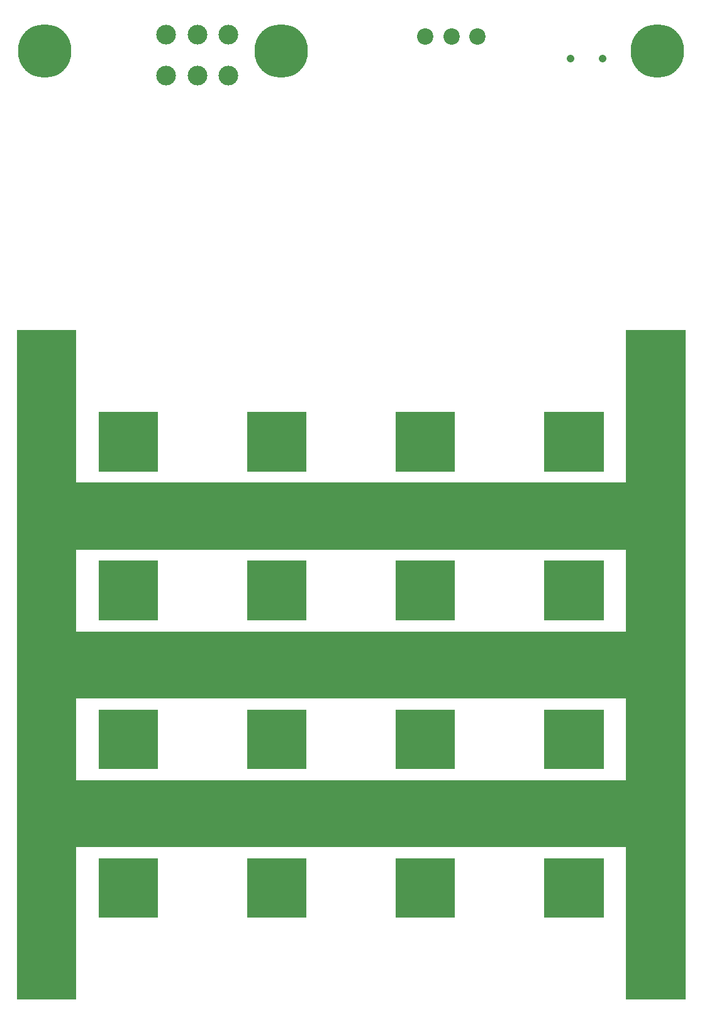
<source format=gbs>
%FSLAX44Y44*%
%MOMM*%
G71*
G01*
G75*
G04 Layer_Color=16711935*
G04:AMPARAMS|DCode=10|XSize=1mm|YSize=0.9mm|CornerRadius=0.198mm|HoleSize=0mm|Usage=FLASHONLY|Rotation=270.000|XOffset=0mm|YOffset=0mm|HoleType=Round|Shape=RoundedRectangle|*
%AMROUNDEDRECTD10*
21,1,1.0000,0.5040,0,0,270.0*
21,1,0.6040,0.9000,0,0,270.0*
1,1,0.3960,-0.2520,-0.3020*
1,1,0.3960,-0.2520,0.3020*
1,1,0.3960,0.2520,0.3020*
1,1,0.3960,0.2520,-0.3020*
%
%ADD10ROUNDEDRECTD10*%
%ADD11C,0.6000*%
%ADD12C,1.3000*%
%ADD13R,1.3000X1.3000*%
G04:AMPARAMS|DCode=14|XSize=1.45mm|YSize=1.15mm|CornerRadius=0.2013mm|HoleSize=0mm|Usage=FLASHONLY|Rotation=90.000|XOffset=0mm|YOffset=0mm|HoleType=Round|Shape=RoundedRectangle|*
%AMROUNDEDRECTD14*
21,1,1.4500,0.7475,0,0,90.0*
21,1,1.0475,1.1500,0,0,90.0*
1,1,0.4025,0.3738,0.5238*
1,1,0.4025,0.3738,-0.5238*
1,1,0.4025,-0.3738,-0.5238*
1,1,0.4025,-0.3738,0.5238*
%
%ADD14ROUNDEDRECTD14*%
G04:AMPARAMS|DCode=15|XSize=1mm|YSize=0.9mm|CornerRadius=0.198mm|HoleSize=0mm|Usage=FLASHONLY|Rotation=180.000|XOffset=0mm|YOffset=0mm|HoleType=Round|Shape=RoundedRectangle|*
%AMROUNDEDRECTD15*
21,1,1.0000,0.5040,0,0,180.0*
21,1,0.6040,0.9000,0,0,180.0*
1,1,0.3960,-0.3020,0.2520*
1,1,0.3960,0.3020,0.2520*
1,1,0.3960,0.3020,-0.2520*
1,1,0.3960,-0.3020,-0.2520*
%
%ADD15ROUNDEDRECTD15*%
%ADD16O,0.3000X1.5000*%
%ADD17O,1.5000X0.3000*%
%ADD18C,1.0000*%
G04:AMPARAMS|DCode=19|XSize=2.7mm|YSize=1.15mm|CornerRadius=0.2013mm|HoleSize=0mm|Usage=FLASHONLY|Rotation=90.000|XOffset=0mm|YOffset=0mm|HoleType=Round|Shape=RoundedRectangle|*
%AMROUNDEDRECTD19*
21,1,2.7000,0.7475,0,0,90.0*
21,1,2.2975,1.1500,0,0,90.0*
1,1,0.4025,0.3738,1.1487*
1,1,0.4025,0.3738,-1.1487*
1,1,0.4025,-0.3738,-1.1487*
1,1,0.4025,-0.3738,1.1487*
%
%ADD19ROUNDEDRECTD19*%
G04:AMPARAMS|DCode=20|XSize=4.9mm|YSize=1.6mm|CornerRadius=0.2mm|HoleSize=0mm|Usage=FLASHONLY|Rotation=270.000|XOffset=0mm|YOffset=0mm|HoleType=Round|Shape=RoundedRectangle|*
%AMROUNDEDRECTD20*
21,1,4.9000,1.2000,0,0,270.0*
21,1,4.5000,1.6000,0,0,270.0*
1,1,0.4000,-0.6000,-2.2500*
1,1,0.4000,-0.6000,2.2500*
1,1,0.4000,0.6000,2.2500*
1,1,0.4000,0.6000,-2.2500*
%
%ADD20ROUNDEDRECTD20*%
%ADD21O,1.5500X0.6000*%
%ADD22O,0.6000X1.5500*%
G04:AMPARAMS|DCode=23|XSize=6.45mm|YSize=6mm|CornerRadius=0.21mm|HoleSize=0mm|Usage=FLASHONLY|Rotation=0.000|XOffset=0mm|YOffset=0mm|HoleType=Round|Shape=RoundedRectangle|*
%AMROUNDEDRECTD23*
21,1,6.4500,5.5800,0,0,0.0*
21,1,6.0300,6.0000,0,0,0.0*
1,1,0.4200,3.0150,-2.7900*
1,1,0.4200,-3.0150,-2.7900*
1,1,0.4200,-3.0150,2.7900*
1,1,0.4200,3.0150,2.7900*
%
%ADD23ROUNDEDRECTD23*%
G04:AMPARAMS|DCode=24|XSize=2.85mm|YSize=1mm|CornerRadius=0.2mm|HoleSize=0mm|Usage=FLASHONLY|Rotation=0.000|XOffset=0mm|YOffset=0mm|HoleType=Round|Shape=RoundedRectangle|*
%AMROUNDEDRECTD24*
21,1,2.8500,0.6000,0,0,0.0*
21,1,2.4500,1.0000,0,0,0.0*
1,1,0.4000,1.2250,-0.3000*
1,1,0.4000,-1.2250,-0.3000*
1,1,0.4000,-1.2250,0.3000*
1,1,0.4000,1.2250,0.3000*
%
%ADD24ROUNDEDRECTD24*%
G04:AMPARAMS|DCode=25|XSize=11.3mm|YSize=10.75mm|CornerRadius=0.215mm|HoleSize=0mm|Usage=FLASHONLY|Rotation=0.000|XOffset=0mm|YOffset=0mm|HoleType=Round|Shape=RoundedRectangle|*
%AMROUNDEDRECTD25*
21,1,11.3000,10.3200,0,0,0.0*
21,1,10.8700,10.7500,0,0,0.0*
1,1,0.4300,5.4350,-5.1600*
1,1,0.4300,-5.4350,-5.1600*
1,1,0.4300,-5.4350,5.1600*
1,1,0.4300,5.4350,5.1600*
%
%ADD25ROUNDEDRECTD25*%
G04:AMPARAMS|DCode=26|XSize=3.95mm|YSize=1.2mm|CornerRadius=0.198mm|HoleSize=0mm|Usage=FLASHONLY|Rotation=0.000|XOffset=0mm|YOffset=0mm|HoleType=Round|Shape=RoundedRectangle|*
%AMROUNDEDRECTD26*
21,1,3.9500,0.8040,0,0,0.0*
21,1,3.5540,1.2000,0,0,0.0*
1,1,0.3960,1.7770,-0.4020*
1,1,0.3960,-1.7770,-0.4020*
1,1,0.3960,-1.7770,0.4020*
1,1,0.3960,1.7770,0.4020*
%
%ADD26ROUNDEDRECTD26*%
G04:AMPARAMS|DCode=27|XSize=1.1mm|YSize=0.6mm|CornerRadius=0.201mm|HoleSize=0mm|Usage=FLASHONLY|Rotation=0.000|XOffset=0mm|YOffset=0mm|HoleType=Round|Shape=RoundedRectangle|*
%AMROUNDEDRECTD27*
21,1,1.1000,0.1980,0,0,0.0*
21,1,0.6980,0.6000,0,0,0.0*
1,1,0.4020,0.3490,-0.0990*
1,1,0.4020,-0.3490,-0.0990*
1,1,0.4020,-0.3490,0.0990*
1,1,0.4020,0.3490,0.0990*
%
%ADD27ROUNDEDRECTD27*%
G04:AMPARAMS|DCode=28|XSize=1.35mm|YSize=1.65mm|CornerRadius=0.27mm|HoleSize=0mm|Usage=FLASHONLY|Rotation=90.000|XOffset=0mm|YOffset=0mm|HoleType=Round|Shape=RoundedRectangle|*
%AMROUNDEDRECTD28*
21,1,1.3500,1.1100,0,0,90.0*
21,1,0.8100,1.6500,0,0,90.0*
1,1,0.5400,0.5550,0.4050*
1,1,0.5400,0.5550,-0.4050*
1,1,0.5400,-0.5550,-0.4050*
1,1,0.5400,-0.5550,0.4050*
%
%ADD28ROUNDEDRECTD28*%
G04:AMPARAMS|DCode=29|XSize=0.7mm|YSize=0.25mm|CornerRadius=0.0838mm|HoleSize=0mm|Usage=FLASHONLY|Rotation=0.000|XOffset=0mm|YOffset=0mm|HoleType=Round|Shape=RoundedRectangle|*
%AMROUNDEDRECTD29*
21,1,0.7000,0.0825,0,0,0.0*
21,1,0.5325,0.2500,0,0,0.0*
1,1,0.1675,0.2662,-0.0413*
1,1,0.1675,-0.2662,-0.0413*
1,1,0.1675,-0.2662,0.0413*
1,1,0.1675,0.2662,0.0413*
%
%ADD29ROUNDEDRECTD29*%
G04:AMPARAMS|DCode=30|XSize=1.75mm|YSize=1.05mm|CornerRadius=0.1995mm|HoleSize=0mm|Usage=FLASHONLY|Rotation=270.000|XOffset=0mm|YOffset=0mm|HoleType=Round|Shape=RoundedRectangle|*
%AMROUNDEDRECTD30*
21,1,1.7500,0.6510,0,0,270.0*
21,1,1.3510,1.0500,0,0,270.0*
1,1,0.3990,-0.3255,-0.6755*
1,1,0.3990,-0.3255,0.6755*
1,1,0.3990,0.3255,0.6755*
1,1,0.3990,0.3255,-0.6755*
%
%ADD30ROUNDEDRECTD30*%
%ADD31O,1.3500X0.5000*%
G04:AMPARAMS|DCode=32|XSize=1.05mm|YSize=0.65mm|CornerRadius=0.2015mm|HoleSize=0mm|Usage=FLASHONLY|Rotation=0.000|XOffset=0mm|YOffset=0mm|HoleType=Round|Shape=RoundedRectangle|*
%AMROUNDEDRECTD32*
21,1,1.0500,0.2470,0,0,0.0*
21,1,0.6470,0.6500,0,0,0.0*
1,1,0.4030,0.3235,-0.1235*
1,1,0.4030,-0.3235,-0.1235*
1,1,0.4030,-0.3235,0.1235*
1,1,0.4030,0.3235,0.1235*
%
%ADD32ROUNDEDRECTD32*%
%ADD33O,0.5000X1.3500*%
G04:AMPARAMS|DCode=34|XSize=6.5mm|YSize=5mm|CornerRadius=0.25mm|HoleSize=0mm|Usage=FLASHONLY|Rotation=90.000|XOffset=0mm|YOffset=0mm|HoleType=Round|Shape=RoundedRectangle|*
%AMROUNDEDRECTD34*
21,1,6.5000,4.5000,0,0,90.0*
21,1,6.0000,5.0000,0,0,90.0*
1,1,0.5000,2.2500,3.0000*
1,1,0.5000,2.2500,-3.0000*
1,1,0.5000,-2.2500,-3.0000*
1,1,0.5000,-2.2500,3.0000*
%
%ADD34ROUNDEDRECTD34*%
G04:AMPARAMS|DCode=35|XSize=3.3mm|YSize=2.5mm|CornerRadius=0.2mm|HoleSize=0mm|Usage=FLASHONLY|Rotation=270.000|XOffset=0mm|YOffset=0mm|HoleType=Round|Shape=RoundedRectangle|*
%AMROUNDEDRECTD35*
21,1,3.3000,2.1000,0,0,270.0*
21,1,2.9000,2.5000,0,0,270.0*
1,1,0.4000,-1.0500,-1.4500*
1,1,0.4000,-1.0500,1.4500*
1,1,0.4000,1.0500,1.4500*
1,1,0.4000,1.0500,-1.4500*
%
%ADD35ROUNDEDRECTD35*%
G04:AMPARAMS|DCode=36|XSize=2.5mm|YSize=1.7mm|CornerRadius=0.204mm|HoleSize=0mm|Usage=FLASHONLY|Rotation=180.000|XOffset=0mm|YOffset=0mm|HoleType=Round|Shape=RoundedRectangle|*
%AMROUNDEDRECTD36*
21,1,2.5000,1.2920,0,0,180.0*
21,1,2.0920,1.7000,0,0,180.0*
1,1,0.4080,-1.0460,0.6460*
1,1,0.4080,1.0460,0.6460*
1,1,0.4080,1.0460,-0.6460*
1,1,0.4080,-1.0460,-0.6460*
%
%ADD36ROUNDEDRECTD36*%
G04:AMPARAMS|DCode=37|XSize=1.2mm|YSize=1.2mm|CornerRadius=0.198mm|HoleSize=0mm|Usage=FLASHONLY|Rotation=90.000|XOffset=0mm|YOffset=0mm|HoleType=Round|Shape=RoundedRectangle|*
%AMROUNDEDRECTD37*
21,1,1.2000,0.8040,0,0,90.0*
21,1,0.8040,1.2000,0,0,90.0*
1,1,0.3960,0.4020,0.4020*
1,1,0.3960,0.4020,-0.4020*
1,1,0.3960,-0.4020,-0.4020*
1,1,0.3960,-0.4020,0.4020*
%
%ADD37ROUNDEDRECTD37*%
G04:AMPARAMS|DCode=38|XSize=1.2mm|YSize=1.2mm|CornerRadius=0.198mm|HoleSize=0mm|Usage=FLASHONLY|Rotation=0.000|XOffset=0mm|YOffset=0mm|HoleType=Round|Shape=RoundedRectangle|*
%AMROUNDEDRECTD38*
21,1,1.2000,0.8040,0,0,0.0*
21,1,0.8040,1.2000,0,0,0.0*
1,1,0.3960,0.4020,-0.4020*
1,1,0.3960,-0.4020,-0.4020*
1,1,0.3960,-0.4020,0.4020*
1,1,0.3960,0.4020,0.4020*
%
%ADD38ROUNDEDRECTD38*%
G04:AMPARAMS|DCode=39|XSize=1mm|YSize=0.95mm|CornerRadius=0.1995mm|HoleSize=0mm|Usage=FLASHONLY|Rotation=270.000|XOffset=0mm|YOffset=0mm|HoleType=Round|Shape=RoundedRectangle|*
%AMROUNDEDRECTD39*
21,1,1.0000,0.5510,0,0,270.0*
21,1,0.6010,0.9500,0,0,270.0*
1,1,0.3990,-0.2755,-0.3005*
1,1,0.3990,-0.2755,0.3005*
1,1,0.3990,0.2755,0.3005*
1,1,0.3990,0.2755,-0.3005*
%
%ADD39ROUNDEDRECTD39*%
G04:AMPARAMS|DCode=40|XSize=1mm|YSize=0.95mm|CornerRadius=0.1995mm|HoleSize=0mm|Usage=FLASHONLY|Rotation=180.000|XOffset=0mm|YOffset=0mm|HoleType=Round|Shape=RoundedRectangle|*
%AMROUNDEDRECTD40*
21,1,1.0000,0.5510,0,0,180.0*
21,1,0.6010,0.9500,0,0,180.0*
1,1,0.3990,-0.3005,0.2755*
1,1,0.3990,0.3005,0.2755*
1,1,0.3990,0.3005,-0.2755*
1,1,0.3990,-0.3005,-0.2755*
%
%ADD40ROUNDEDRECTD40*%
G04:AMPARAMS|DCode=41|XSize=2.7mm|YSize=1.15mm|CornerRadius=0.2013mm|HoleSize=0mm|Usage=FLASHONLY|Rotation=180.000|XOffset=0mm|YOffset=0mm|HoleType=Round|Shape=RoundedRectangle|*
%AMROUNDEDRECTD41*
21,1,2.7000,0.7475,0,0,180.0*
21,1,2.2975,1.1500,0,0,180.0*
1,1,0.4025,-1.1487,0.3738*
1,1,0.4025,1.1487,0.3738*
1,1,0.4025,1.1487,-0.3738*
1,1,0.4025,-1.1487,-0.3738*
%
%ADD41ROUNDEDRECTD41*%
G04:AMPARAMS|DCode=42|XSize=1.45mm|YSize=1.15mm|CornerRadius=0.2013mm|HoleSize=0mm|Usage=FLASHONLY|Rotation=0.000|XOffset=0mm|YOffset=0mm|HoleType=Round|Shape=RoundedRectangle|*
%AMROUNDEDRECTD42*
21,1,1.4500,0.7475,0,0,0.0*
21,1,1.0475,1.1500,0,0,0.0*
1,1,0.4025,0.5238,-0.3738*
1,1,0.4025,-0.5238,-0.3738*
1,1,0.4025,-0.5238,0.3738*
1,1,0.4025,0.5238,0.3738*
%
%ADD42ROUNDEDRECTD42*%
G04:AMPARAMS|DCode=43|XSize=1.1mm|YSize=0.8mm|CornerRadius=0.268mm|HoleSize=0mm|Usage=FLASHONLY|Rotation=0.000|XOffset=0mm|YOffset=0mm|HoleType=Round|Shape=RoundedRectangle|*
%AMROUNDEDRECTD43*
21,1,1.1000,0.2640,0,0,0.0*
21,1,0.5640,0.8000,0,0,0.0*
1,1,0.5360,0.2820,-0.1320*
1,1,0.5360,-0.2820,-0.1320*
1,1,0.5360,-0.2820,0.1320*
1,1,0.5360,0.2820,0.1320*
%
%ADD43ROUNDEDRECTD43*%
G04:AMPARAMS|DCode=44|XSize=2.3mm|YSize=0.5mm|CornerRadius=0.2mm|HoleSize=0mm|Usage=FLASHONLY|Rotation=270.000|XOffset=0mm|YOffset=0mm|HoleType=Round|Shape=RoundedRectangle|*
%AMROUNDEDRECTD44*
21,1,2.3000,0.1000,0,0,270.0*
21,1,1.9000,0.5000,0,0,270.0*
1,1,0.4000,-0.0500,-0.9500*
1,1,0.4000,-0.0500,0.9500*
1,1,0.4000,0.0500,0.9500*
1,1,0.4000,0.0500,-0.9500*
%
%ADD44ROUNDEDRECTD44*%
G04:AMPARAMS|DCode=45|XSize=2.5mm|YSize=2mm|CornerRadius=0.2mm|HoleSize=0mm|Usage=FLASHONLY|Rotation=270.000|XOffset=0mm|YOffset=0mm|HoleType=Round|Shape=RoundedRectangle|*
%AMROUNDEDRECTD45*
21,1,2.5000,1.6000,0,0,270.0*
21,1,2.1000,2.0000,0,0,270.0*
1,1,0.4000,-0.8000,-1.0500*
1,1,0.4000,-0.8000,1.0500*
1,1,0.4000,0.8000,1.0500*
1,1,0.4000,0.8000,-1.0500*
%
%ADD45ROUNDEDRECTD45*%
%ADD46O,0.2500X0.8500*%
%ADD47O,0.8500X0.2500*%
%ADD48C,0.4000*%
%ADD49C,0.6000*%
%ADD50C,0.2500*%
%ADD51C,0.5000*%
%ADD52C,0.2000*%
%ADD53C,0.3500*%
%ADD54C,0.4500*%
%ADD55C,0.3000*%
%ADD56C,0.2540*%
%ADD57C,2.0000*%
%ADD58C,0.4000*%
%ADD59C,7.0000*%
%ADD60C,2.0000*%
%ADD61C,2.5000*%
%ADD62C,0.5000*%
%ADD63C,4.5000*%
%ADD64C,0.1500*%
%ADD65C,0.1000*%
%ADD66C,0.1524*%
%ADD67C,0.0000*%
G04:AMPARAMS|DCode=68|XSize=1.15mm|YSize=1.05mm|CornerRadius=0.273mm|HoleSize=0mm|Usage=FLASHONLY|Rotation=270.000|XOffset=0mm|YOffset=0mm|HoleType=Round|Shape=RoundedRectangle|*
%AMROUNDEDRECTD68*
21,1,1.1500,0.5040,0,0,270.0*
21,1,0.6040,1.0500,0,0,270.0*
1,1,0.5460,-0.2520,-0.3020*
1,1,0.5460,-0.2520,0.3020*
1,1,0.5460,0.2520,0.3020*
1,1,0.5460,0.2520,-0.3020*
%
%ADD68ROUNDEDRECTD68*%
%ADD69C,0.8000*%
%ADD70C,1.5000*%
%ADD71R,1.5000X1.5000*%
G04:AMPARAMS|DCode=72|XSize=1.6mm|YSize=1.3mm|CornerRadius=0.2763mm|HoleSize=0mm|Usage=FLASHONLY|Rotation=90.000|XOffset=0mm|YOffset=0mm|HoleType=Round|Shape=RoundedRectangle|*
%AMROUNDEDRECTD72*
21,1,1.6000,0.7475,0,0,90.0*
21,1,1.0475,1.3000,0,0,90.0*
1,1,0.5525,0.3738,0.5238*
1,1,0.5525,0.3738,-0.5238*
1,1,0.5525,-0.3738,-0.5238*
1,1,0.5525,-0.3738,0.5238*
%
%ADD72ROUNDEDRECTD72*%
G04:AMPARAMS|DCode=73|XSize=1.15mm|YSize=1.05mm|CornerRadius=0.273mm|HoleSize=0mm|Usage=FLASHONLY|Rotation=180.000|XOffset=0mm|YOffset=0mm|HoleType=Round|Shape=RoundedRectangle|*
%AMROUNDEDRECTD73*
21,1,1.1500,0.5040,0,0,180.0*
21,1,0.6040,1.0500,0,0,180.0*
1,1,0.5460,-0.3020,0.2520*
1,1,0.5460,0.3020,0.2520*
1,1,0.5460,0.3020,-0.2520*
1,1,0.5460,-0.3020,-0.2520*
%
%ADD73ROUNDEDRECTD73*%
%ADD74O,0.4000X1.6000*%
%ADD75O,1.6000X0.4000*%
%ADD76C,2.0000*%
G04:AMPARAMS|DCode=77|XSize=2.85mm|YSize=1.3mm|CornerRadius=0.2763mm|HoleSize=0mm|Usage=FLASHONLY|Rotation=90.000|XOffset=0mm|YOffset=0mm|HoleType=Round|Shape=RoundedRectangle|*
%AMROUNDEDRECTD77*
21,1,2.8500,0.7475,0,0,90.0*
21,1,2.2975,1.3000,0,0,90.0*
1,1,0.5525,0.3738,1.1487*
1,1,0.5525,0.3738,-1.1487*
1,1,0.5525,-0.3738,-1.1487*
1,1,0.5525,-0.3738,1.1487*
%
%ADD77ROUNDEDRECTD77*%
G04:AMPARAMS|DCode=78|XSize=5.05mm|YSize=1.75mm|CornerRadius=0.275mm|HoleSize=0mm|Usage=FLASHONLY|Rotation=270.000|XOffset=0mm|YOffset=0mm|HoleType=Round|Shape=RoundedRectangle|*
%AMROUNDEDRECTD78*
21,1,5.0500,1.2000,0,0,270.0*
21,1,4.5000,1.7500,0,0,270.0*
1,1,0.5500,-0.6000,-2.2500*
1,1,0.5500,-0.6000,2.2500*
1,1,0.5500,0.6000,2.2500*
1,1,0.5500,0.6000,-2.2500*
%
%ADD78ROUNDEDRECTD78*%
%ADD79O,1.7000X0.7500*%
%ADD80O,0.7500X1.7000*%
G04:AMPARAMS|DCode=81|XSize=6.6mm|YSize=6.15mm|CornerRadius=0.285mm|HoleSize=0mm|Usage=FLASHONLY|Rotation=0.000|XOffset=0mm|YOffset=0mm|HoleType=Round|Shape=RoundedRectangle|*
%AMROUNDEDRECTD81*
21,1,6.6000,5.5800,0,0,0.0*
21,1,6.0300,6.1500,0,0,0.0*
1,1,0.5700,3.0150,-2.7900*
1,1,0.5700,-3.0150,-2.7900*
1,1,0.5700,-3.0150,2.7900*
1,1,0.5700,3.0150,2.7900*
%
%ADD81ROUNDEDRECTD81*%
G04:AMPARAMS|DCode=82|XSize=3mm|YSize=1.15mm|CornerRadius=0.275mm|HoleSize=0mm|Usage=FLASHONLY|Rotation=0.000|XOffset=0mm|YOffset=0mm|HoleType=Round|Shape=RoundedRectangle|*
%AMROUNDEDRECTD82*
21,1,3.0000,0.6000,0,0,0.0*
21,1,2.4500,1.1500,0,0,0.0*
1,1,0.5500,1.2250,-0.3000*
1,1,0.5500,-1.2250,-0.3000*
1,1,0.5500,-1.2250,0.3000*
1,1,0.5500,1.2250,0.3000*
%
%ADD82ROUNDEDRECTD82*%
G04:AMPARAMS|DCode=83|XSize=11.45mm|YSize=10.9mm|CornerRadius=0.29mm|HoleSize=0mm|Usage=FLASHONLY|Rotation=0.000|XOffset=0mm|YOffset=0mm|HoleType=Round|Shape=RoundedRectangle|*
%AMROUNDEDRECTD83*
21,1,11.4500,10.3200,0,0,0.0*
21,1,10.8700,10.9000,0,0,0.0*
1,1,0.5800,5.4350,-5.1600*
1,1,0.5800,-5.4350,-5.1600*
1,1,0.5800,-5.4350,5.1600*
1,1,0.5800,5.4350,5.1600*
%
%ADD83ROUNDEDRECTD83*%
G04:AMPARAMS|DCode=84|XSize=4.1mm|YSize=1.35mm|CornerRadius=0.273mm|HoleSize=0mm|Usage=FLASHONLY|Rotation=0.000|XOffset=0mm|YOffset=0mm|HoleType=Round|Shape=RoundedRectangle|*
%AMROUNDEDRECTD84*
21,1,4.1000,0.8040,0,0,0.0*
21,1,3.5540,1.3500,0,0,0.0*
1,1,0.5460,1.7770,-0.4020*
1,1,0.5460,-1.7770,-0.4020*
1,1,0.5460,-1.7770,0.4020*
1,1,0.5460,1.7770,0.4020*
%
%ADD84ROUNDEDRECTD84*%
G04:AMPARAMS|DCode=85|XSize=1.25mm|YSize=0.75mm|CornerRadius=0.276mm|HoleSize=0mm|Usage=FLASHONLY|Rotation=0.000|XOffset=0mm|YOffset=0mm|HoleType=Round|Shape=RoundedRectangle|*
%AMROUNDEDRECTD85*
21,1,1.2500,0.1980,0,0,0.0*
21,1,0.6980,0.7500,0,0,0.0*
1,1,0.5520,0.3490,-0.0990*
1,1,0.5520,-0.3490,-0.0990*
1,1,0.5520,-0.3490,0.0990*
1,1,0.5520,0.3490,0.0990*
%
%ADD85ROUNDEDRECTD85*%
G04:AMPARAMS|DCode=86|XSize=1.5mm|YSize=1.8mm|CornerRadius=0.345mm|HoleSize=0mm|Usage=FLASHONLY|Rotation=90.000|XOffset=0mm|YOffset=0mm|HoleType=Round|Shape=RoundedRectangle|*
%AMROUNDEDRECTD86*
21,1,1.5000,1.1100,0,0,90.0*
21,1,0.8100,1.8000,0,0,90.0*
1,1,0.6900,0.5550,0.4050*
1,1,0.6900,0.5550,-0.4050*
1,1,0.6900,-0.5550,-0.4050*
1,1,0.6900,-0.5550,0.4050*
%
%ADD86ROUNDEDRECTD86*%
G04:AMPARAMS|DCode=87|XSize=0.8mm|YSize=0.35mm|CornerRadius=0.1338mm|HoleSize=0mm|Usage=FLASHONLY|Rotation=0.000|XOffset=0mm|YOffset=0mm|HoleType=Round|Shape=RoundedRectangle|*
%AMROUNDEDRECTD87*
21,1,0.8000,0.0825,0,0,0.0*
21,1,0.5325,0.3500,0,0,0.0*
1,1,0.2675,0.2662,-0.0413*
1,1,0.2675,-0.2662,-0.0413*
1,1,0.2675,-0.2662,0.0413*
1,1,0.2675,0.2662,0.0413*
%
%ADD87ROUNDEDRECTD87*%
G04:AMPARAMS|DCode=88|XSize=1.9mm|YSize=1.2mm|CornerRadius=0.2745mm|HoleSize=0mm|Usage=FLASHONLY|Rotation=270.000|XOffset=0mm|YOffset=0mm|HoleType=Round|Shape=RoundedRectangle|*
%AMROUNDEDRECTD88*
21,1,1.9000,0.6510,0,0,270.0*
21,1,1.3510,1.2000,0,0,270.0*
1,1,0.5490,-0.3255,-0.6755*
1,1,0.5490,-0.3255,0.6755*
1,1,0.5490,0.3255,0.6755*
1,1,0.5490,0.3255,-0.6755*
%
%ADD88ROUNDEDRECTD88*%
%ADD89O,1.5000X0.6500*%
G04:AMPARAMS|DCode=90|XSize=1.2mm|YSize=0.8mm|CornerRadius=0.2765mm|HoleSize=0mm|Usage=FLASHONLY|Rotation=0.000|XOffset=0mm|YOffset=0mm|HoleType=Round|Shape=RoundedRectangle|*
%AMROUNDEDRECTD90*
21,1,1.2000,0.2470,0,0,0.0*
21,1,0.6470,0.8000,0,0,0.0*
1,1,0.5530,0.3235,-0.1235*
1,1,0.5530,-0.3235,-0.1235*
1,1,0.5530,-0.3235,0.1235*
1,1,0.5530,0.3235,0.1235*
%
%ADD90ROUNDEDRECTD90*%
%ADD91O,0.6500X1.5000*%
G04:AMPARAMS|DCode=92|XSize=6.65mm|YSize=5.15mm|CornerRadius=0.325mm|HoleSize=0mm|Usage=FLASHONLY|Rotation=90.000|XOffset=0mm|YOffset=0mm|HoleType=Round|Shape=RoundedRectangle|*
%AMROUNDEDRECTD92*
21,1,6.6500,4.5000,0,0,90.0*
21,1,6.0000,5.1500,0,0,90.0*
1,1,0.6500,2.2500,3.0000*
1,1,0.6500,2.2500,-3.0000*
1,1,0.6500,-2.2500,-3.0000*
1,1,0.6500,-2.2500,3.0000*
%
%ADD92ROUNDEDRECTD92*%
G04:AMPARAMS|DCode=93|XSize=3.45mm|YSize=2.65mm|CornerRadius=0.275mm|HoleSize=0mm|Usage=FLASHONLY|Rotation=270.000|XOffset=0mm|YOffset=0mm|HoleType=Round|Shape=RoundedRectangle|*
%AMROUNDEDRECTD93*
21,1,3.4500,2.1000,0,0,270.0*
21,1,2.9000,2.6500,0,0,270.0*
1,1,0.5500,-1.0500,-1.4500*
1,1,0.5500,-1.0500,1.4500*
1,1,0.5500,1.0500,1.4500*
1,1,0.5500,1.0500,-1.4500*
%
%ADD93ROUNDEDRECTD93*%
G04:AMPARAMS|DCode=94|XSize=2.65mm|YSize=1.85mm|CornerRadius=0.279mm|HoleSize=0mm|Usage=FLASHONLY|Rotation=180.000|XOffset=0mm|YOffset=0mm|HoleType=Round|Shape=RoundedRectangle|*
%AMROUNDEDRECTD94*
21,1,2.6500,1.2920,0,0,180.0*
21,1,2.0920,1.8500,0,0,180.0*
1,1,0.5580,-1.0460,0.6460*
1,1,0.5580,1.0460,0.6460*
1,1,0.5580,1.0460,-0.6460*
1,1,0.5580,-1.0460,-0.6460*
%
%ADD94ROUNDEDRECTD94*%
G04:AMPARAMS|DCode=95|XSize=1.35mm|YSize=1.35mm|CornerRadius=0.273mm|HoleSize=0mm|Usage=FLASHONLY|Rotation=90.000|XOffset=0mm|YOffset=0mm|HoleType=Round|Shape=RoundedRectangle|*
%AMROUNDEDRECTD95*
21,1,1.3500,0.8040,0,0,90.0*
21,1,0.8040,1.3500,0,0,90.0*
1,1,0.5460,0.4020,0.4020*
1,1,0.5460,0.4020,-0.4020*
1,1,0.5460,-0.4020,-0.4020*
1,1,0.5460,-0.4020,0.4020*
%
%ADD95ROUNDEDRECTD95*%
G04:AMPARAMS|DCode=96|XSize=1.35mm|YSize=1.35mm|CornerRadius=0.273mm|HoleSize=0mm|Usage=FLASHONLY|Rotation=0.000|XOffset=0mm|YOffset=0mm|HoleType=Round|Shape=RoundedRectangle|*
%AMROUNDEDRECTD96*
21,1,1.3500,0.8040,0,0,0.0*
21,1,0.8040,1.3500,0,0,0.0*
1,1,0.5460,0.4020,-0.4020*
1,1,0.5460,-0.4020,-0.4020*
1,1,0.5460,-0.4020,0.4020*
1,1,0.5460,0.4020,0.4020*
%
%ADD96ROUNDEDRECTD96*%
G04:AMPARAMS|DCode=97|XSize=1.15mm|YSize=1.1mm|CornerRadius=0.2745mm|HoleSize=0mm|Usage=FLASHONLY|Rotation=270.000|XOffset=0mm|YOffset=0mm|HoleType=Round|Shape=RoundedRectangle|*
%AMROUNDEDRECTD97*
21,1,1.1500,0.5510,0,0,270.0*
21,1,0.6010,1.1000,0,0,270.0*
1,1,0.5490,-0.2755,-0.3005*
1,1,0.5490,-0.2755,0.3005*
1,1,0.5490,0.2755,0.3005*
1,1,0.5490,0.2755,-0.3005*
%
%ADD97ROUNDEDRECTD97*%
G04:AMPARAMS|DCode=98|XSize=1.15mm|YSize=1.1mm|CornerRadius=0.2745mm|HoleSize=0mm|Usage=FLASHONLY|Rotation=180.000|XOffset=0mm|YOffset=0mm|HoleType=Round|Shape=RoundedRectangle|*
%AMROUNDEDRECTD98*
21,1,1.1500,0.5510,0,0,180.0*
21,1,0.6010,1.1000,0,0,180.0*
1,1,0.5490,-0.3005,0.2755*
1,1,0.5490,0.3005,0.2755*
1,1,0.5490,0.3005,-0.2755*
1,1,0.5490,-0.3005,-0.2755*
%
%ADD98ROUNDEDRECTD98*%
G04:AMPARAMS|DCode=99|XSize=2.85mm|YSize=1.3mm|CornerRadius=0.2763mm|HoleSize=0mm|Usage=FLASHONLY|Rotation=180.000|XOffset=0mm|YOffset=0mm|HoleType=Round|Shape=RoundedRectangle|*
%AMROUNDEDRECTD99*
21,1,2.8500,0.7475,0,0,180.0*
21,1,2.2975,1.3000,0,0,180.0*
1,1,0.5525,-1.1487,0.3738*
1,1,0.5525,1.1487,0.3738*
1,1,0.5525,1.1487,-0.3738*
1,1,0.5525,-1.1487,-0.3738*
%
%ADD99ROUNDEDRECTD99*%
G04:AMPARAMS|DCode=100|XSize=1.6mm|YSize=1.3mm|CornerRadius=0.2763mm|HoleSize=0mm|Usage=FLASHONLY|Rotation=0.000|XOffset=0mm|YOffset=0mm|HoleType=Round|Shape=RoundedRectangle|*
%AMROUNDEDRECTD100*
21,1,1.6000,0.7475,0,0,0.0*
21,1,1.0475,1.3000,0,0,0.0*
1,1,0.5525,0.5238,-0.3738*
1,1,0.5525,-0.5238,-0.3738*
1,1,0.5525,-0.5238,0.3738*
1,1,0.5525,0.5238,0.3738*
%
%ADD100ROUNDEDRECTD100*%
G04:AMPARAMS|DCode=101|XSize=1.25mm|YSize=0.95mm|CornerRadius=0.343mm|HoleSize=0mm|Usage=FLASHONLY|Rotation=0.000|XOffset=0mm|YOffset=0mm|HoleType=Round|Shape=RoundedRectangle|*
%AMROUNDEDRECTD101*
21,1,1.2500,0.2640,0,0,0.0*
21,1,0.5640,0.9500,0,0,0.0*
1,1,0.6860,0.2820,-0.1320*
1,1,0.6860,-0.2820,-0.1320*
1,1,0.6860,-0.2820,0.1320*
1,1,0.6860,0.2820,0.1320*
%
%ADD101ROUNDEDRECTD101*%
G04:AMPARAMS|DCode=102|XSize=2.45mm|YSize=0.65mm|CornerRadius=0.275mm|HoleSize=0mm|Usage=FLASHONLY|Rotation=270.000|XOffset=0mm|YOffset=0mm|HoleType=Round|Shape=RoundedRectangle|*
%AMROUNDEDRECTD102*
21,1,2.4500,0.1000,0,0,270.0*
21,1,1.9000,0.6500,0,0,270.0*
1,1,0.5500,-0.0500,-0.9500*
1,1,0.5500,-0.0500,0.9500*
1,1,0.5500,0.0500,0.9500*
1,1,0.5500,0.0500,-0.9500*
%
%ADD102ROUNDEDRECTD102*%
G04:AMPARAMS|DCode=103|XSize=2.65mm|YSize=2.15mm|CornerRadius=0.275mm|HoleSize=0mm|Usage=FLASHONLY|Rotation=270.000|XOffset=0mm|YOffset=0mm|HoleType=Round|Shape=RoundedRectangle|*
%AMROUNDEDRECTD103*
21,1,2.6500,1.6000,0,0,270.0*
21,1,2.1000,2.1500,0,0,270.0*
1,1,0.5500,-0.8000,-1.0500*
1,1,0.5500,-0.8000,1.0500*
1,1,0.5500,0.8000,1.0500*
1,1,0.5500,0.8000,-1.0500*
%
%ADD103ROUNDEDRECTD103*%
%ADD104O,0.4500X1.0500*%
%ADD105O,1.0500X0.4500*%
%ADD106C,7.2000*%
%ADD107C,2.2000*%
%ADD108C,2.6500*%
%ADD109C,1.0500*%
G36*
X-510000Y110000D02*
X-590000D01*
Y190000D01*
X-510000D01*
Y110000D01*
D02*
G37*
G36*
X-710000D02*
X-790000D01*
Y190000D01*
X-710000D01*
Y110000D01*
D02*
G37*
G36*
X-110000D02*
X-190000D01*
Y190000D01*
X-110000D01*
Y110000D01*
D02*
G37*
G36*
X-310000D02*
X-390000D01*
Y190000D01*
X-310000D01*
Y110000D01*
D02*
G37*
G36*
X-820000Y695000D02*
X-80000D01*
Y900000D01*
X0D01*
Y-0D01*
X-80000D01*
Y205000D01*
X-820000D01*
Y0D01*
X-900000D01*
Y205000D01*
X-900000D01*
Y295000D01*
X-900000D01*
Y405000D01*
X-900000D01*
Y495000D01*
X-900000D01*
Y605000D01*
X-900000D01*
Y695000D01*
X-900000D01*
Y900000D01*
X-820000D01*
Y695000D01*
D02*
G37*
G36*
X-310000Y710000D02*
X-390000D01*
Y790000D01*
X-310000D01*
Y710000D01*
D02*
G37*
G36*
X-110000D02*
X-190000D01*
Y790000D01*
X-110000D01*
Y710000D01*
D02*
G37*
G36*
X-710000D02*
X-790000D01*
Y790000D01*
X-710000D01*
Y710000D01*
D02*
G37*
G36*
X-510000D02*
X-590000D01*
Y790000D01*
X-510000D01*
Y710000D01*
D02*
G37*
%LPC*%
G36*
X-80000Y405000D02*
X-820000D01*
Y295000D01*
X-80000D01*
Y405000D01*
D02*
G37*
G36*
Y605000D02*
X-820000D01*
Y495000D01*
X-80000D01*
Y605000D01*
D02*
G37*
%LPD*%
G36*
X-710000Y310000D02*
X-790000D01*
Y390000D01*
X-710000D01*
Y310000D01*
D02*
G37*
G36*
X-510000Y510000D02*
X-590000D01*
Y590000D01*
X-510000D01*
Y510000D01*
D02*
G37*
G36*
X-310000D02*
X-390000D01*
Y590000D01*
X-310000D01*
Y510000D01*
D02*
G37*
G36*
X-110000D02*
X-190000D01*
Y590000D01*
X-110000D01*
Y510000D01*
D02*
G37*
G36*
X-710000D02*
X-790000D01*
Y590000D01*
X-710000D01*
Y510000D01*
D02*
G37*
G36*
X-510000Y310000D02*
X-590000D01*
Y390000D01*
X-510000D01*
Y310000D01*
D02*
G37*
G36*
X-310000D02*
X-390000D01*
Y390000D01*
X-310000D01*
Y310000D01*
D02*
G37*
G36*
X-110000D02*
X-190000D01*
Y390000D01*
X-110000D01*
Y310000D01*
D02*
G37*
D69*
X-168853Y768801D02*
D03*
X-168706Y761199D02*
D03*
Y753706D02*
D03*
X-168655Y746250D02*
D03*
X-168706Y738706D02*
D03*
X-168655Y731199D02*
D03*
X-161345Y768801D02*
D03*
X-161199Y761199D02*
D03*
Y753706D02*
D03*
X-161147Y746250D02*
D03*
X-161199Y738706D02*
D03*
X-161147Y731199D02*
D03*
X-153853Y768801D02*
D03*
X-153706Y761199D02*
D03*
Y753706D02*
D03*
X-153655Y746250D02*
D03*
X-153706Y738706D02*
D03*
X-153655Y731199D02*
D03*
X-146147Y768801D02*
D03*
X-146000Y761199D02*
D03*
Y753706D02*
D03*
X-145949Y746250D02*
D03*
X-146000Y738706D02*
D03*
X-145949Y731199D02*
D03*
X-138853Y768801D02*
D03*
X-138706Y761199D02*
D03*
Y753706D02*
D03*
X-138655Y746250D02*
D03*
X-138706Y738706D02*
D03*
X-138655Y731199D02*
D03*
X-131147Y731147D02*
D03*
X-131199Y738655D02*
D03*
X-131147Y746199D02*
D03*
X-131199Y753655D02*
D03*
Y761147D02*
D03*
X-131345Y768750D02*
D03*
X-168853Y568801D02*
D03*
X-168706Y561198D02*
D03*
Y553706D02*
D03*
X-168655Y546250D02*
D03*
X-168706Y538706D02*
D03*
X-168655Y531199D02*
D03*
X-161345Y568801D02*
D03*
X-161199Y561198D02*
D03*
Y553706D02*
D03*
X-161147Y546250D02*
D03*
X-161199Y538706D02*
D03*
X-161147Y531199D02*
D03*
X-153853Y568801D02*
D03*
X-153706Y561198D02*
D03*
Y553706D02*
D03*
X-153655Y546250D02*
D03*
X-153706Y538706D02*
D03*
X-153655Y531199D02*
D03*
X-146147Y568801D02*
D03*
X-146000Y561198D02*
D03*
Y553706D02*
D03*
X-145949Y546250D02*
D03*
X-146000Y538706D02*
D03*
X-145949Y531199D02*
D03*
X-138853Y568801D02*
D03*
X-138706Y561198D02*
D03*
Y553706D02*
D03*
X-138655Y546250D02*
D03*
X-138706Y538706D02*
D03*
X-138655Y531199D02*
D03*
X-131147Y531147D02*
D03*
X-131199Y538655D02*
D03*
X-131147Y546199D02*
D03*
X-131199Y553655D02*
D03*
Y561147D02*
D03*
X-131345Y568750D02*
D03*
X-168853Y368801D02*
D03*
X-168706Y361198D02*
D03*
Y353706D02*
D03*
X-168655Y346250D02*
D03*
X-168706Y338706D02*
D03*
X-168655Y331198D02*
D03*
X-161345Y368801D02*
D03*
X-161199Y361198D02*
D03*
Y353706D02*
D03*
X-161147Y346250D02*
D03*
X-161199Y338706D02*
D03*
X-161147Y331198D02*
D03*
X-153853Y368801D02*
D03*
X-153706Y361198D02*
D03*
Y353706D02*
D03*
X-153655Y346250D02*
D03*
X-153706Y338706D02*
D03*
X-153655Y331198D02*
D03*
X-146147Y368801D02*
D03*
X-146000Y361198D02*
D03*
Y353706D02*
D03*
X-145949Y346250D02*
D03*
X-146000Y338706D02*
D03*
X-145949Y331198D02*
D03*
X-138853Y368801D02*
D03*
X-138706Y361198D02*
D03*
Y353706D02*
D03*
X-138655Y346250D02*
D03*
X-138706Y338706D02*
D03*
X-138655Y331198D02*
D03*
X-131147Y331147D02*
D03*
X-131199Y338655D02*
D03*
X-131147Y346198D02*
D03*
X-131199Y353655D02*
D03*
Y361147D02*
D03*
X-131345Y368750D02*
D03*
X-168853Y168801D02*
D03*
X-168706Y161198D02*
D03*
Y153706D02*
D03*
X-168655Y146250D02*
D03*
X-168706Y138706D02*
D03*
X-168655Y131198D02*
D03*
X-161345Y168801D02*
D03*
X-161199Y161198D02*
D03*
Y153706D02*
D03*
X-161147Y146250D02*
D03*
X-161199Y138706D02*
D03*
X-161147Y131198D02*
D03*
X-153853Y168801D02*
D03*
X-153706Y161198D02*
D03*
Y153706D02*
D03*
X-153655Y146250D02*
D03*
X-153706Y138706D02*
D03*
X-153655Y131198D02*
D03*
X-146147Y168801D02*
D03*
X-146000Y161198D02*
D03*
Y153706D02*
D03*
X-145949Y146250D02*
D03*
X-146000Y138706D02*
D03*
X-145949Y131198D02*
D03*
X-138853Y168801D02*
D03*
X-138706Y161198D02*
D03*
Y153706D02*
D03*
X-138655Y146250D02*
D03*
X-138706Y138706D02*
D03*
X-138655Y131198D02*
D03*
X-131147Y131147D02*
D03*
X-131199Y138655D02*
D03*
X-131147Y146198D02*
D03*
X-131199Y153655D02*
D03*
Y161147D02*
D03*
X-131345Y168750D02*
D03*
X-331147Y131199D02*
D03*
X-331294Y138801D02*
D03*
Y146294D02*
D03*
X-331345Y153750D02*
D03*
X-331294Y161294D02*
D03*
X-331345Y168801D02*
D03*
X-338655Y131199D02*
D03*
X-338801Y138801D02*
D03*
Y146294D02*
D03*
X-338853Y153750D02*
D03*
X-338801Y161294D02*
D03*
X-338853Y168801D02*
D03*
X-346147Y131199D02*
D03*
X-346294Y138801D02*
D03*
Y146294D02*
D03*
X-346345Y153750D02*
D03*
X-346294Y161294D02*
D03*
X-346345Y168801D02*
D03*
X-353853Y131199D02*
D03*
X-354000Y138801D02*
D03*
Y146294D02*
D03*
X-354051Y153750D02*
D03*
X-354000Y161294D02*
D03*
X-354051Y168801D02*
D03*
X-361147Y131199D02*
D03*
X-361294Y138801D02*
D03*
Y146294D02*
D03*
X-361345Y153750D02*
D03*
X-361294Y161294D02*
D03*
X-361345Y168801D02*
D03*
X-368853Y168853D02*
D03*
X-368801Y161345D02*
D03*
X-368853Y153801D02*
D03*
X-368801Y146345D02*
D03*
Y138853D02*
D03*
X-368655Y131250D02*
D03*
X-331147Y331199D02*
D03*
X-331294Y338801D02*
D03*
Y346294D02*
D03*
X-331345Y353750D02*
D03*
X-331294Y361294D02*
D03*
X-331345Y368801D02*
D03*
X-338655Y331199D02*
D03*
X-338801Y338801D02*
D03*
Y346294D02*
D03*
X-338853Y353750D02*
D03*
X-338801Y361294D02*
D03*
X-338853Y368801D02*
D03*
X-346147Y331199D02*
D03*
X-346294Y338801D02*
D03*
Y346294D02*
D03*
X-346345Y353750D02*
D03*
X-346294Y361294D02*
D03*
X-346345Y368801D02*
D03*
X-353853Y331199D02*
D03*
X-354000Y338801D02*
D03*
Y346294D02*
D03*
X-354051Y353750D02*
D03*
X-354000Y361294D02*
D03*
X-354051Y368801D02*
D03*
X-361147Y331199D02*
D03*
X-361294Y338801D02*
D03*
Y346294D02*
D03*
X-361345Y353750D02*
D03*
X-361294Y361294D02*
D03*
X-361345Y368801D02*
D03*
X-368853Y368853D02*
D03*
X-368801Y361345D02*
D03*
X-368853Y353801D02*
D03*
X-368801Y346345D02*
D03*
Y338853D02*
D03*
X-368655Y331250D02*
D03*
X-331147Y531199D02*
D03*
X-331294Y538801D02*
D03*
Y546294D02*
D03*
X-331345Y553750D02*
D03*
X-331294Y561294D02*
D03*
X-331345Y568801D02*
D03*
X-338655Y531199D02*
D03*
X-338801Y538801D02*
D03*
Y546294D02*
D03*
X-338853Y553750D02*
D03*
X-338801Y561294D02*
D03*
X-338853Y568801D02*
D03*
X-346147Y531199D02*
D03*
X-346294Y538801D02*
D03*
Y546294D02*
D03*
X-346345Y553750D02*
D03*
X-346294Y561294D02*
D03*
X-346345Y568801D02*
D03*
X-353853Y531199D02*
D03*
X-354000Y538801D02*
D03*
Y546294D02*
D03*
X-354051Y553750D02*
D03*
X-354000Y561294D02*
D03*
X-354051Y568801D02*
D03*
X-361147Y531199D02*
D03*
X-361294Y538801D02*
D03*
Y546294D02*
D03*
X-361345Y553750D02*
D03*
X-361294Y561294D02*
D03*
X-361345Y568801D02*
D03*
X-368853Y568853D02*
D03*
X-368801Y561345D02*
D03*
X-368853Y553801D02*
D03*
X-368801Y546345D02*
D03*
Y538853D02*
D03*
X-368655Y531250D02*
D03*
X-331147Y731199D02*
D03*
X-331294Y738801D02*
D03*
Y746294D02*
D03*
X-331345Y753750D02*
D03*
X-331294Y761294D02*
D03*
X-331345Y768801D02*
D03*
X-338655Y731199D02*
D03*
X-338801Y738801D02*
D03*
Y746294D02*
D03*
X-338853Y753750D02*
D03*
X-338801Y761294D02*
D03*
X-338853Y768801D02*
D03*
X-346147Y731199D02*
D03*
X-346294Y738801D02*
D03*
Y746294D02*
D03*
X-346345Y753750D02*
D03*
X-346294Y761294D02*
D03*
X-346345Y768801D02*
D03*
X-353853Y731199D02*
D03*
X-354000Y738801D02*
D03*
Y746294D02*
D03*
X-354051Y753750D02*
D03*
X-354000Y761294D02*
D03*
X-354051Y768801D02*
D03*
X-361147Y731199D02*
D03*
X-361294Y738801D02*
D03*
Y746294D02*
D03*
X-361345Y753750D02*
D03*
X-361294Y761294D02*
D03*
X-361345Y768801D02*
D03*
X-368853Y768853D02*
D03*
X-368801Y761345D02*
D03*
X-368853Y753801D02*
D03*
X-368801Y746345D02*
D03*
Y738853D02*
D03*
X-368655Y731250D02*
D03*
X-568853Y768801D02*
D03*
X-568706Y761199D02*
D03*
Y753706D02*
D03*
X-568655Y746250D02*
D03*
X-568706Y738706D02*
D03*
X-568655Y731199D02*
D03*
X-561345Y768801D02*
D03*
X-561199Y761199D02*
D03*
Y753706D02*
D03*
X-561147Y746250D02*
D03*
X-561199Y738706D02*
D03*
X-561147Y731199D02*
D03*
X-553853Y768801D02*
D03*
X-553706Y761199D02*
D03*
Y753706D02*
D03*
X-553655Y746250D02*
D03*
X-553706Y738706D02*
D03*
X-553655Y731199D02*
D03*
X-546147Y768801D02*
D03*
X-546000Y761199D02*
D03*
Y753706D02*
D03*
X-545949Y746250D02*
D03*
X-546000Y738706D02*
D03*
X-545949Y731199D02*
D03*
X-538853Y768801D02*
D03*
X-538706Y761199D02*
D03*
Y753706D02*
D03*
X-538655Y746250D02*
D03*
X-538706Y738706D02*
D03*
X-538655Y731199D02*
D03*
X-531147Y731147D02*
D03*
X-531199Y738655D02*
D03*
X-531147Y746199D02*
D03*
X-531199Y753655D02*
D03*
Y761147D02*
D03*
X-531345Y768750D02*
D03*
X-568853Y568801D02*
D03*
X-568706Y561198D02*
D03*
Y553706D02*
D03*
X-568655Y546250D02*
D03*
X-568706Y538706D02*
D03*
X-568655Y531199D02*
D03*
X-561345Y568801D02*
D03*
X-561199Y561198D02*
D03*
Y553706D02*
D03*
X-561147Y546250D02*
D03*
X-561199Y538706D02*
D03*
X-561147Y531199D02*
D03*
X-553853Y568801D02*
D03*
X-553706Y561198D02*
D03*
Y553706D02*
D03*
X-553655Y546250D02*
D03*
X-553706Y538706D02*
D03*
X-553655Y531199D02*
D03*
X-546147Y568801D02*
D03*
X-546000Y561198D02*
D03*
Y553706D02*
D03*
X-545949Y546250D02*
D03*
X-546000Y538706D02*
D03*
X-545949Y531199D02*
D03*
X-538853Y568801D02*
D03*
X-538706Y561198D02*
D03*
Y553706D02*
D03*
X-538655Y546250D02*
D03*
X-538706Y538706D02*
D03*
X-538655Y531199D02*
D03*
X-531147Y531147D02*
D03*
X-531199Y538655D02*
D03*
X-531147Y546199D02*
D03*
X-531199Y553655D02*
D03*
Y561147D02*
D03*
X-531345Y568750D02*
D03*
X-568853Y368801D02*
D03*
X-568706Y361198D02*
D03*
Y353706D02*
D03*
X-568655Y346250D02*
D03*
X-568706Y338706D02*
D03*
X-568655Y331198D02*
D03*
X-561345Y368801D02*
D03*
X-561199Y361198D02*
D03*
Y353706D02*
D03*
X-561147Y346250D02*
D03*
X-561199Y338706D02*
D03*
X-561147Y331198D02*
D03*
X-553853Y368801D02*
D03*
X-553706Y361198D02*
D03*
Y353706D02*
D03*
X-553655Y346250D02*
D03*
X-553706Y338706D02*
D03*
X-553655Y331198D02*
D03*
X-546147Y368801D02*
D03*
X-546000Y361198D02*
D03*
Y353706D02*
D03*
X-545949Y346250D02*
D03*
X-546000Y338706D02*
D03*
X-545949Y331198D02*
D03*
X-538853Y368801D02*
D03*
X-538706Y361198D02*
D03*
Y353706D02*
D03*
X-538655Y346250D02*
D03*
X-538706Y338706D02*
D03*
X-538655Y331198D02*
D03*
X-531147Y331147D02*
D03*
X-531199Y338655D02*
D03*
X-531147Y346198D02*
D03*
X-531199Y353655D02*
D03*
Y361147D02*
D03*
X-531345Y368750D02*
D03*
X-568853Y168801D02*
D03*
X-568706Y161198D02*
D03*
Y153706D02*
D03*
X-568655Y146250D02*
D03*
X-568706Y138706D02*
D03*
X-568655Y131198D02*
D03*
X-561345Y168801D02*
D03*
X-561199Y161198D02*
D03*
Y153706D02*
D03*
X-561147Y146250D02*
D03*
X-561199Y138706D02*
D03*
X-561147Y131198D02*
D03*
X-553853Y168801D02*
D03*
X-553706Y161198D02*
D03*
Y153706D02*
D03*
X-553655Y146250D02*
D03*
X-553706Y138706D02*
D03*
X-553655Y131198D02*
D03*
X-546147Y168801D02*
D03*
X-546000Y161198D02*
D03*
Y153706D02*
D03*
X-545949Y146250D02*
D03*
X-546000Y138706D02*
D03*
X-545949Y131198D02*
D03*
X-538853Y168801D02*
D03*
X-538706Y161198D02*
D03*
Y153706D02*
D03*
X-538655Y146250D02*
D03*
X-538706Y138706D02*
D03*
X-538655Y131198D02*
D03*
X-531147Y131147D02*
D03*
X-531199Y138655D02*
D03*
X-531147Y146198D02*
D03*
X-531199Y153655D02*
D03*
Y161147D02*
D03*
X-531345Y168750D02*
D03*
X-731147Y131199D02*
D03*
X-731294Y138801D02*
D03*
Y146294D02*
D03*
X-731345Y153750D02*
D03*
X-731294Y161294D02*
D03*
X-731345Y168801D02*
D03*
X-738655Y131199D02*
D03*
X-738801Y138801D02*
D03*
Y146294D02*
D03*
X-738853Y153750D02*
D03*
X-738801Y161294D02*
D03*
X-738853Y168801D02*
D03*
X-746147Y131199D02*
D03*
X-746294Y138801D02*
D03*
Y146294D02*
D03*
X-746345Y153750D02*
D03*
X-746294Y161294D02*
D03*
X-746345Y168801D02*
D03*
X-753853Y131199D02*
D03*
X-754000Y138801D02*
D03*
Y146294D02*
D03*
X-754051Y153750D02*
D03*
X-754000Y161294D02*
D03*
X-754051Y168801D02*
D03*
X-761147Y131199D02*
D03*
X-761294Y138801D02*
D03*
Y146294D02*
D03*
X-761345Y153750D02*
D03*
X-761294Y161294D02*
D03*
X-761345Y168801D02*
D03*
X-768853Y168853D02*
D03*
X-768801Y161345D02*
D03*
X-768853Y153801D02*
D03*
X-768801Y146345D02*
D03*
Y138853D02*
D03*
X-768655Y131250D02*
D03*
X-731147Y331199D02*
D03*
X-731294Y338801D02*
D03*
Y346294D02*
D03*
X-731345Y353750D02*
D03*
X-731294Y361294D02*
D03*
X-731345Y368801D02*
D03*
X-738655Y331199D02*
D03*
X-738801Y338801D02*
D03*
Y346294D02*
D03*
X-738853Y353750D02*
D03*
X-738801Y361294D02*
D03*
X-738853Y368801D02*
D03*
X-746147Y331199D02*
D03*
X-746294Y338801D02*
D03*
Y346294D02*
D03*
X-746345Y353750D02*
D03*
X-746294Y361294D02*
D03*
X-746345Y368801D02*
D03*
X-753853Y331199D02*
D03*
X-754000Y338801D02*
D03*
Y346294D02*
D03*
X-754051Y353750D02*
D03*
X-754000Y361294D02*
D03*
X-754051Y368801D02*
D03*
X-761147Y331199D02*
D03*
X-761294Y338801D02*
D03*
Y346294D02*
D03*
X-761345Y353750D02*
D03*
X-761294Y361294D02*
D03*
X-761345Y368801D02*
D03*
X-768853Y368853D02*
D03*
X-768801Y361345D02*
D03*
X-768853Y353801D02*
D03*
X-768801Y346345D02*
D03*
Y338853D02*
D03*
X-768655Y331250D02*
D03*
X-731147Y531199D02*
D03*
X-731294Y538801D02*
D03*
Y546294D02*
D03*
X-731345Y553750D02*
D03*
X-731294Y561294D02*
D03*
X-731345Y568801D02*
D03*
X-738655Y531199D02*
D03*
X-738801Y538801D02*
D03*
Y546294D02*
D03*
X-738853Y553750D02*
D03*
X-738801Y561294D02*
D03*
X-738853Y568801D02*
D03*
X-746147Y531199D02*
D03*
X-746294Y538801D02*
D03*
Y546294D02*
D03*
X-746345Y553750D02*
D03*
X-746294Y561294D02*
D03*
X-746345Y568801D02*
D03*
X-753853Y531199D02*
D03*
X-754000Y538801D02*
D03*
Y546294D02*
D03*
X-754051Y553750D02*
D03*
X-754000Y561294D02*
D03*
X-754051Y568801D02*
D03*
X-761147Y531199D02*
D03*
X-761294Y538801D02*
D03*
Y546294D02*
D03*
X-761345Y553750D02*
D03*
X-761294Y561294D02*
D03*
X-761345Y568801D02*
D03*
X-768853Y568853D02*
D03*
X-768801Y561345D02*
D03*
X-768853Y553801D02*
D03*
X-768801Y546345D02*
D03*
Y538853D02*
D03*
X-768655Y531250D02*
D03*
X-731147Y731199D02*
D03*
X-731294Y738801D02*
D03*
Y746294D02*
D03*
X-731345Y753750D02*
D03*
X-731294Y761294D02*
D03*
X-731345Y768801D02*
D03*
X-738655Y731199D02*
D03*
X-738801Y738801D02*
D03*
Y746294D02*
D03*
X-738853Y753750D02*
D03*
X-738801Y761294D02*
D03*
X-738853Y768801D02*
D03*
X-746147Y731199D02*
D03*
X-746294Y738801D02*
D03*
Y746294D02*
D03*
X-746345Y753750D02*
D03*
X-746294Y761294D02*
D03*
X-746345Y768801D02*
D03*
X-753853Y731199D02*
D03*
X-754000Y738801D02*
D03*
Y746294D02*
D03*
X-754051Y753750D02*
D03*
X-754000Y761294D02*
D03*
X-754051Y768801D02*
D03*
X-761147Y731199D02*
D03*
X-761294Y738801D02*
D03*
Y746294D02*
D03*
X-761345Y753750D02*
D03*
X-761294Y761294D02*
D03*
X-761345Y768801D02*
D03*
X-768853Y768853D02*
D03*
X-768801Y761345D02*
D03*
X-768853Y753801D02*
D03*
X-768801Y746345D02*
D03*
Y738853D02*
D03*
X-768655Y731250D02*
D03*
D106*
X-650000Y250000D02*
D03*
Y650000D02*
D03*
X-37500Y1275000D02*
D03*
X-37500Y37500D02*
D03*
X-862500D02*
D03*
X-37500Y862500D02*
D03*
X-862500D02*
D03*
X-250000Y250000D02*
D03*
Y650000D02*
D03*
X-544000Y1275000D02*
D03*
X-862500Y1275000D02*
D03*
D107*
X-280000Y1295000D02*
D03*
X-315000D02*
D03*
X-350000D02*
D03*
D108*
X-699000Y1297000D02*
D03*
X-657000D02*
D03*
X-615000D02*
D03*
Y1242000D02*
D03*
X-657000D02*
D03*
X-699000D02*
D03*
D109*
X-111000Y1264999D02*
D03*
X-155000D02*
D03*
M02*

</source>
